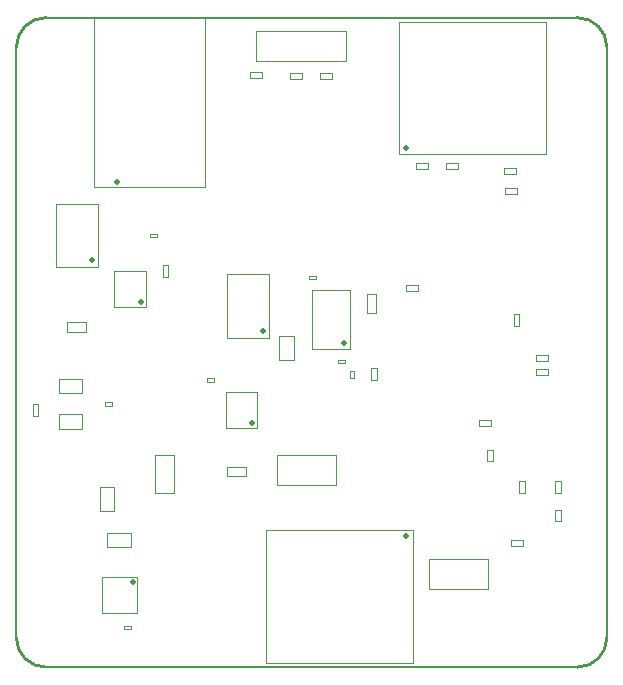
<source format=gm1>
G04 Layer_Color=16711935*
%FSLAX43Y43*%
%MOMM*%
G71*
G01*
G75*
%ADD44C,0.500*%
%ADD45C,0.200*%
%ADD46C,0.254*%
%ADD56C,0.100*%
D44*
X32975Y11075D02*
D03*
X27750Y27425D02*
D03*
X8550Y41075D02*
D03*
X33025Y43950D02*
D03*
X9850Y7200D02*
D03*
X19975Y20700D02*
D03*
X20925Y28450D02*
D03*
X6425Y34450D02*
D03*
X10525Y30950D02*
D03*
D45*
X0Y2500D02*
Y52500D01*
X2500Y0D02*
X47500D01*
X50000Y2500D02*
Y52500D01*
X2500Y55000D02*
X47500D01*
D46*
X50000Y52500D02*
G03*
X47500Y55000I-2500J0D01*
G01*
Y0D02*
G03*
X50000Y2500I0J2500D01*
G01*
X0D02*
G03*
X2500Y0I2500J0D01*
G01*
Y55000D02*
G03*
X0Y52500I0J-2500D01*
G01*
D56*
X44000Y24750D02*
Y25250D01*
X45000Y24750D02*
Y25250D01*
X44000D02*
X45000D01*
X44000Y24750D02*
X45000D01*
Y25900D02*
Y26400D01*
X44000Y25900D02*
Y26400D01*
Y25900D02*
X45000D01*
X44000Y26400D02*
X45000D01*
X45575Y12350D02*
X46075D01*
X45575Y13350D02*
X46075D01*
X45575Y12350D02*
Y13350D01*
X46075Y12350D02*
Y13350D01*
X45575Y14750D02*
X46075D01*
X45575Y15750D02*
X46075D01*
X45575Y14750D02*
Y15750D01*
X46075Y14750D02*
Y15750D01*
X42600Y14775D02*
X43100D01*
X42600Y15775D02*
X43100D01*
X42600Y14775D02*
Y15775D01*
X43100Y14775D02*
Y15775D01*
X41875Y10275D02*
Y10775D01*
X42875Y10275D02*
Y10775D01*
X41875D02*
X42875D01*
X41875Y10275D02*
X42875D01*
X39875Y18425D02*
X40375D01*
X39875Y17425D02*
X40375D01*
Y18425D01*
X39875Y17425D02*
Y18425D01*
X34925Y9150D02*
X39925D01*
Y6650D02*
Y9150D01*
X34925Y6650D02*
X39925D01*
X34925D02*
Y9150D01*
X22100Y17950D02*
X27100D01*
Y15450D02*
Y17950D01*
X22100Y15450D02*
X27100D01*
X22100D02*
Y17950D01*
X33625Y375D02*
Y11575D01*
X21125Y375D02*
Y11575D01*
X33625D01*
X21125Y375D02*
X33625D01*
X11775Y14775D02*
X13325D01*
X11775Y17975D02*
X13325D01*
X11775Y14775D02*
Y17975D01*
X13325Y14775D02*
Y17975D01*
X25350Y32825D02*
Y33125D01*
X24750Y32825D02*
Y33125D01*
Y32825D02*
X25350D01*
X24750Y33125D02*
X25350D01*
X27850Y25725D02*
Y26025D01*
X27250Y25725D02*
Y26025D01*
Y25725D02*
X27850D01*
X27250Y26025D02*
X27850D01*
X25063Y26925D02*
Y31925D01*
X28237D01*
Y26925D02*
Y31925D01*
X25063Y26925D02*
X28237D01*
X30025Y24300D02*
X30525D01*
X30025Y25300D02*
X30525D01*
X30025Y24300D02*
Y25300D01*
X30525Y24300D02*
Y25300D01*
X28275Y25050D02*
X28575D01*
X28275Y24450D02*
X28575D01*
Y25050D01*
X28275Y24450D02*
Y25050D01*
X29675Y31600D02*
X30475D01*
X29675Y30000D02*
X30475D01*
Y31600D01*
X29675Y30000D02*
Y31600D01*
X33025Y31875D02*
Y32375D01*
X34025Y31875D02*
Y32375D01*
X33025D02*
X34025D01*
X33025Y31875D02*
X34025D01*
X42100Y29925D02*
X42600D01*
X42100Y28925D02*
X42600D01*
Y29925D01*
X42100Y28925D02*
Y29925D01*
X40200Y20450D02*
Y20950D01*
X39200Y20450D02*
Y20950D01*
Y20450D02*
X40200D01*
X39200Y20950D02*
X40200D01*
X41375Y40075D02*
Y40575D01*
X42375Y40075D02*
Y40575D01*
X41375D02*
X42375D01*
X41375Y40075D02*
X42375D01*
X42325Y41750D02*
Y42250D01*
X41325Y41750D02*
Y42250D01*
Y41750D02*
X42325D01*
X41325Y42250D02*
X42325D01*
X34875Y42200D02*
Y42700D01*
X33875Y42200D02*
Y42700D01*
Y42200D02*
X34875D01*
X33875Y42700D02*
X34875D01*
X36375Y42200D02*
Y42700D01*
X37375Y42200D02*
Y42700D01*
X36375D02*
X37375D01*
X36375Y42200D02*
X37375D01*
X20800Y49850D02*
Y50350D01*
X19800Y49850D02*
Y50350D01*
Y49850D02*
X20800D01*
X19800Y50350D02*
X20800D01*
X23150Y49775D02*
Y50275D01*
X24150Y49775D02*
Y50275D01*
X23150D02*
X24150D01*
X23150Y49775D02*
X24150D01*
X25700Y49800D02*
Y50300D01*
X26700Y49800D02*
Y50300D01*
X25700D02*
X26700D01*
X25700Y49800D02*
X26700D01*
X27935Y51355D02*
Y53895D01*
X20315Y51355D02*
Y53895D01*
X27935D01*
X20315Y51355D02*
X27935D01*
X6550Y40675D02*
X15950D01*
X6550Y55075D02*
X15950D01*
X6550Y40675D02*
Y55075D01*
X15950Y40675D02*
Y55075D01*
X32375Y43450D02*
Y54650D01*
X44875Y43450D02*
Y54650D01*
X32375Y43450D02*
X44875D01*
X32375Y54650D02*
X44875D01*
X9725Y3200D02*
Y3500D01*
X9125Y3200D02*
Y3500D01*
Y3200D02*
X9725D01*
X9125Y3500D02*
X9725D01*
X10250Y4600D02*
Y7600D01*
X7250Y4600D02*
X10250D01*
X7250D02*
Y7600D01*
X10250D01*
X7675Y11375D02*
X9674D01*
X7675Y10175D02*
X9674D01*
X7675D02*
Y11375D01*
X9674Y10175D02*
Y11375D01*
X8275Y13226D02*
Y15225D01*
X7075Y13226D02*
Y15225D01*
X8275D01*
X7075Y13226D02*
X8275D01*
X20395Y20280D02*
Y23320D01*
X17755D02*
X20395D01*
X17755Y20280D02*
Y23320D01*
Y20280D02*
X20395D01*
X17825Y16950D02*
X19425D01*
X17825Y16150D02*
X19425D01*
X17825D02*
Y16950D01*
X19425Y16150D02*
Y16950D01*
X16125Y24150D02*
Y24450D01*
X16725Y24150D02*
Y24450D01*
X16125D02*
X16725D01*
X16125Y24150D02*
X16725D01*
X22275Y26000D02*
Y27999D01*
X23475Y26000D02*
Y27999D01*
X22275Y26000D02*
X23475D01*
X22275Y27999D02*
X23475D01*
X21425Y27850D02*
Y33250D01*
X17825Y27850D02*
X21425D01*
X17825D02*
Y33250D01*
X21425D01*
X1375Y21300D02*
X1875D01*
X1375Y22300D02*
X1875D01*
X1375Y21300D02*
Y22300D01*
X1875Y21300D02*
Y22300D01*
X3575Y21400D02*
X5574D01*
X3575Y20200D02*
X5574D01*
X3575D02*
Y21400D01*
X5574Y20200D02*
Y21400D01*
X8125Y22150D02*
Y22450D01*
X7525Y22150D02*
Y22450D01*
Y22150D02*
X8125D01*
X7525Y22450D02*
X8125D01*
X3575Y24400D02*
X5574D01*
X3575Y23200D02*
X5574D01*
X3575D02*
Y24400D01*
X5574Y23200D02*
Y24400D01*
X4325Y29200D02*
X5925D01*
X4325Y28400D02*
X5925D01*
X4325D02*
Y29200D01*
X5925Y28400D02*
Y29200D01*
X6925Y33850D02*
Y39250D01*
X3325Y33850D02*
X6925D01*
X3325D02*
Y39250D01*
X6925D01*
X12375Y34050D02*
X12875D01*
X12375Y33050D02*
X12875D01*
Y34050D01*
X12375Y33050D02*
Y34050D01*
X10945Y30530D02*
Y33570D01*
X8305D02*
X10945D01*
X8305Y30530D02*
Y33570D01*
Y30530D02*
X10945D01*
X11925Y36400D02*
Y36700D01*
X11325Y36400D02*
Y36700D01*
Y36400D02*
X11925D01*
X11325Y36700D02*
X11925D01*
M02*

</source>
